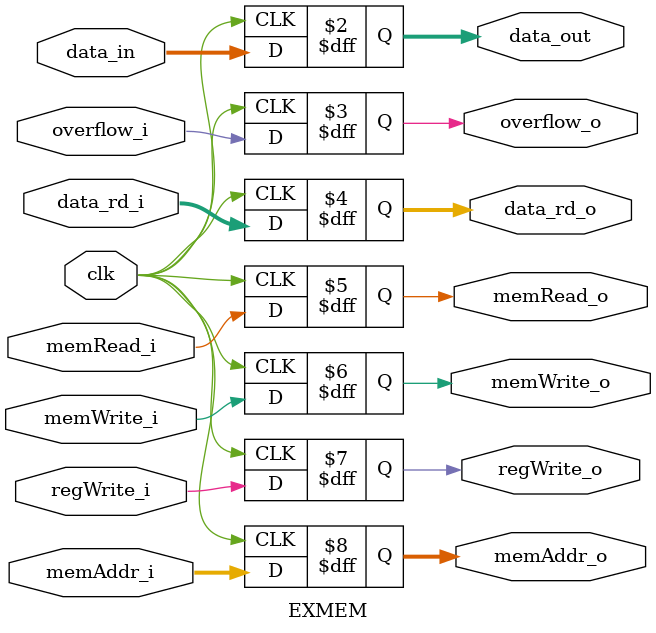
<source format=sv>
module EXMEM(
	input clk,
	input [7:0] data_in,
	input overflow_i,
	input [2:0] data_rd_i,
	input memRead_i,
	input memWrite_i,
	input regWrite_i,
	input [7:0] memAddr_i,
	output reg [7:0] data_out,
	output reg overflow_o,
	output reg [2:0] data_rd_o,
	output reg memRead_o,
	output reg memWrite_o,
	output reg regWrite_o,
	output reg [7:0] memAddr_o
);

always_ff @ (posedge clk) begin
	data_out <= data_in;
	overflow_o <= overflow_i;
	data_rd_o <= data_rd_i;
	memRead_o <= memRead_i;
	memWrite_o <= memWrite_i;
	regWrite_o <= regWrite_i;
	memAddr_o <= memAddr_i;
end

endmodule
</source>
